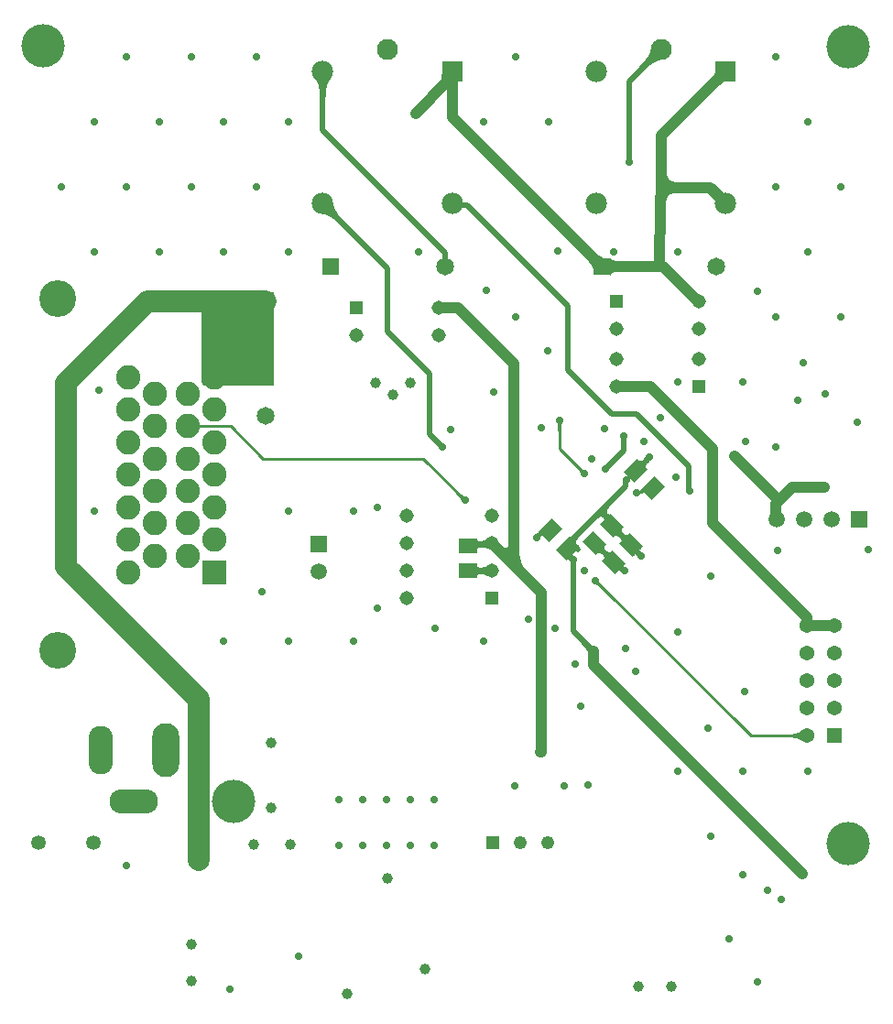
<source format=gbr>
%TF.GenerationSoftware,Altium Limited,Altium Designer,21.8.1 (53)*%
G04 Layer_Physical_Order=4*
G04 Layer_Color=16711680*
%FSLAX45Y45*%
%MOMM*%
%TF.SameCoordinates,385564F4-8892-4696-B1AD-25C4AC7C7797*%
%TF.FilePolarity,Positive*%
%TF.FileFunction,Copper,L4,Bot,Signal*%
%TF.Part,Single*%
G01*
G75*
%TA.AperFunction,SMDPad,CuDef*%
%ADD27R,1.70000X1.40000*%
G04:AMPARAMS|DCode=28|XSize=1.4mm|YSize=1.7mm|CornerRadius=0mm|HoleSize=0mm|Usage=FLASHONLY|Rotation=135.000|XOffset=0mm|YOffset=0mm|HoleType=Round|Shape=Rectangle|*
%AMROTATEDRECTD28*
4,1,4,1.09602,0.10607,-0.10607,-1.09602,-1.09602,-0.10607,0.10607,1.09602,1.09602,0.10607,0.0*
%
%ADD28ROTATEDRECTD28*%

G04:AMPARAMS|DCode=30|XSize=1.4mm|YSize=1.7mm|CornerRadius=0mm|HoleSize=0mm|Usage=FLASHONLY|Rotation=225.000|XOffset=0mm|YOffset=0mm|HoleType=Round|Shape=Rectangle|*
%AMROTATEDRECTD30*
4,1,4,-0.10607,1.09602,1.09602,-0.10607,0.10607,-1.09602,-1.09602,0.10607,-0.10607,1.09602,0.0*
%
%ADD30ROTATEDRECTD30*%

%TA.AperFunction,Conductor*%
%ADD41C,0.50000*%
%ADD42C,1.00000*%
%ADD43C,0.25000*%
%ADD47C,0.15000*%
%ADD49C,2.00000*%
%TA.AperFunction,ComponentPad*%
%ADD51C,1.30800*%
%ADD52R,1.30800X1.30800*%
%ADD53C,1.50000*%
%ADD54R,1.50000X1.50000*%
%ADD55C,1.37000*%
%ADD56R,1.37000X1.37000*%
%ADD57C,1.65000*%
%ADD58R,1.65000X1.65000*%
%ADD59R,1.98000X1.98000*%
%ADD60C,1.93500*%
%ADD61C,1.98000*%
%ADD62R,2.25000X2.25000*%
%ADD63C,2.25000*%
%ADD64C,3.40000*%
%ADD65R,1.50000X1.50000*%
%ADD66C,1.35000*%
%ADD67R,1.65000X1.65000*%
%ADD68R,1.21800X1.21800*%
%ADD69C,1.21800*%
%ADD70O,2.50000X5.00000*%
%ADD71O,4.50000X2.25000*%
%ADD72O,2.25000X4.50000*%
%TA.AperFunction,WasherPad*%
%ADD73C,4.00000*%
%TA.AperFunction,ViaPad*%
%ADD74C,0.70000*%
%ADD75C,1.00000*%
%ADD76C,2.00000*%
G36*
X6000101Y8834030D02*
X5987179Y8832785D01*
X5973011Y8829064D01*
X5957596Y8822868D01*
X5940936Y8814197D01*
X5923029Y8803050D01*
X5903877Y8789428D01*
X5861832Y8754759D01*
X5838941Y8733711D01*
X5814803Y8710188D01*
X5779448Y8745543D01*
X5802971Y8769681D01*
X5858689Y8834617D01*
X5872310Y8853769D01*
X5883457Y8871676D01*
X5892128Y8888336D01*
X5898324Y8903751D01*
X5902045Y8917918D01*
X5903290Y8930840D01*
X6000101Y8834030D01*
D02*
G37*
G36*
X6642766Y8632085D02*
X6634988Y8637742D01*
X6625796Y8640570D01*
X6615189D01*
X6603168Y8637742D01*
X6589733Y8632085D01*
X6574884Y8623599D01*
X6558621Y8612286D01*
X6540943Y8598144D01*
X6501345Y8561374D01*
X6430634Y8632085D01*
X6450433Y8652591D01*
X6481546Y8689361D01*
X6492860Y8705624D01*
X6501345Y8720473D01*
X6507002Y8733908D01*
X6509830Y8745929D01*
Y8756536D01*
X6507002Y8765728D01*
X6501345Y8773506D01*
X6642766Y8632085D01*
D02*
G37*
G36*
X2936488Y8650463D02*
X2928830Y8637434D01*
X2922073Y8621732D01*
X2916216Y8603357D01*
X2911261Y8582310D01*
X2907207Y8558591D01*
X2901801Y8503135D01*
X2900450Y8471398D01*
X2900000Y8436988D01*
X2850000D01*
X2849549Y8471398D01*
X2842792Y8558591D01*
X2838738Y8582310D01*
X2833783Y8603357D01*
X2827927Y8621732D01*
X2821169Y8637434D01*
X2813512Y8650463D01*
X2804952Y8660820D01*
X2945047D01*
X2936488Y8650463D01*
D02*
G37*
G36*
X6578245Y7607351D02*
X6503469Y7532575D01*
X6502768Y7534048D01*
X6500366Y7537141D01*
X6496263Y7541855D01*
X6435917Y7604152D01*
X6419905Y7620205D01*
X6490615Y7690915D01*
X6578245Y7607351D01*
D02*
G37*
G36*
X6054780Y7786544D02*
X6057438Y7769547D01*
X6062136Y7754550D01*
X6068875Y7741553D01*
X6077653Y7730555D01*
X6088472Y7721557D01*
X6101331Y7714558D01*
X6116231Y7709559D01*
X6133171Y7706560D01*
X6152151Y7705560D01*
X6150139Y7605560D01*
X6131119Y7604607D01*
X6114062Y7601748D01*
X6098966Y7596982D01*
X6085832Y7590310D01*
X6074659Y7581732D01*
X6065448Y7571247D01*
X6058199Y7558856D01*
X6052911Y7544559D01*
X6049585Y7528356D01*
X6048221Y7510247D01*
X5951144Y7656566D01*
X5953156Y7756546D01*
X6054162Y7805540D01*
X6054780Y7786544D01*
D02*
G37*
G36*
X2975076Y7495461D02*
X2978680Y7480275D01*
X2984803Y7463933D01*
X2993447Y7446433D01*
X3004609Y7427777D01*
X3018292Y7407963D01*
X3034494Y7386992D01*
X3074457Y7341579D01*
X3098218Y7317136D01*
X3061353Y7283291D01*
X3036502Y7307549D01*
X2970046Y7365112D01*
X2950592Y7379230D01*
X2932488Y7390812D01*
X2915733Y7399859D01*
X2900328Y7406371D01*
X2886272Y7410348D01*
X2873565Y7411790D01*
X2973991Y7509489D01*
X2975076Y7495461D01*
D02*
G37*
G36*
X5389915Y7058077D02*
X5426721Y7026903D01*
X5442993Y7015559D01*
X5457846Y7007043D01*
X5471278Y7001356D01*
X5483290Y6998497D01*
X5493881Y6998466D01*
X5503052Y7001264D01*
X5510803Y7006891D01*
X5369686Y6865774D01*
X5375312Y6873525D01*
X5378110Y6882696D01*
X5378080Y6893287D01*
X5375221Y6905299D01*
X5369534Y6918731D01*
X5361018Y6933583D01*
X5349674Y6949856D01*
X5335501Y6967549D01*
X5298670Y7007196D01*
X5369381Y7077906D01*
X5389915Y7058077D01*
D02*
G37*
G36*
X5534772Y7001078D02*
X5537772Y6995605D01*
X5542771Y6990776D01*
X5549771Y6986591D01*
X5558771Y6983049D01*
X5569771Y6980152D01*
X5582771Y6977898D01*
X5597772Y6976288D01*
X5633772Y6975001D01*
Y6875000D01*
X5614772Y6874678D01*
X5582771Y6872103D01*
X5569771Y6869849D01*
X5558771Y6866951D01*
X5549771Y6863410D01*
X5542771Y6859225D01*
X5537772Y6854395D01*
X5534772Y6848922D01*
X5533772Y6842805D01*
Y7007196D01*
X5534772Y7001078D01*
D02*
G37*
G36*
X2425700Y5826760D02*
X1769093D01*
X1762761Y5842049D01*
X1750060Y5854749D01*
Y6685280D01*
X2425700D01*
Y5826760D01*
D02*
G37*
G36*
X5090868Y5478304D02*
X5087800Y5474873D01*
X5085055Y5470465D01*
X5082632Y5465077D01*
X5080533Y5458712D01*
X5078757Y5451368D01*
X5077304Y5443046D01*
X5075366Y5423467D01*
X5074881Y5412210D01*
X5074720Y5399975D01*
X5049720Y5403915D01*
X5049636Y5416837D01*
X5046702Y5463970D01*
X5045612Y5469902D01*
X5044354Y5474670D01*
X5042929Y5478272D01*
X5041336Y5480709D01*
X5090868Y5478304D01*
D02*
G37*
G36*
X5891969Y5122554D02*
X5881650Y5112119D01*
X5877513Y5107759D01*
X5876709Y5106842D01*
X5871703Y5100873D01*
X5867251Y5094654D01*
X5863864Y5088792D01*
X5861543Y5083289D01*
X5860286Y5078142D01*
X5860094Y5073355D01*
X5860967Y5068924D01*
X5862905Y5064852D01*
X5865908Y5061138D01*
X5850327Y5076719D01*
X5829177Y5052570D01*
X5825725Y5046918D01*
X5823654Y5042351D01*
X5822962Y5038871D01*
X5772931Y5088902D01*
X5776411Y5089594D01*
X5780978Y5091665D01*
X5786630Y5095117D01*
X5793369Y5099948D01*
X5810106Y5113749D01*
X5811756Y5115290D01*
X5795198Y5131848D01*
X5798912Y5128845D01*
X5802984Y5126907D01*
X5807415Y5126034D01*
X5812202Y5126226D01*
X5817349Y5127483D01*
X5822852Y5129804D01*
X5828714Y5133191D01*
X5834933Y5137643D01*
X5841511Y5143160D01*
X5846179Y5147590D01*
X5856614Y5157909D01*
X5891969Y5122554D01*
D02*
G37*
G36*
X5241122Y5081509D02*
X5271295Y5055499D01*
X5277384Y5051318D01*
X5282891Y5048065D01*
X5287816Y5045742D01*
X5292160Y5044347D01*
X5295922Y5043880D01*
X5260900Y5008858D01*
X5260433Y5012620D01*
X5259038Y5016964D01*
X5256715Y5021889D01*
X5253462Y5027396D01*
X5249281Y5033485D01*
X5238134Y5047408D01*
X5223271Y5063658D01*
X5214447Y5072655D01*
X5232125Y5090333D01*
X5241122Y5081509D01*
D02*
G37*
G36*
X5760893Y5016775D02*
X5752069Y5007778D01*
X5726059Y4977605D01*
X5721878Y4971516D01*
X5719847Y4968077D01*
X5724859Y4963064D01*
X5723003Y4964566D01*
X5720970Y4965539D01*
X5718761Y4965981D01*
X5718609Y4965975D01*
X5716302Y4961083D01*
X5714907Y4956740D01*
X5714440Y4952978D01*
X5706298Y4961120D01*
X5705060Y4960235D01*
X5701790Y4957495D01*
X5698343Y4954225D01*
X5680665Y4971903D01*
X5683936Y4975350D01*
X5686676Y4978620D01*
X5687560Y4979858D01*
X5679418Y4988000D01*
X5683180Y4988466D01*
X5687524Y4989861D01*
X5692415Y4992169D01*
X5692421Y4992320D01*
X5691979Y4994530D01*
X5691007Y4996563D01*
X5689504Y4998419D01*
X5694517Y4993406D01*
X5697956Y4995438D01*
X5704045Y4999618D01*
X5717968Y5010766D01*
X5734218Y5025629D01*
X5743215Y5034453D01*
X5760893Y5016775D01*
D02*
G37*
G36*
X5843153Y4844770D02*
X5842181Y4845477D01*
X5841032Y4845831D01*
X5839706D01*
X5838203Y4845477D01*
X5836524Y4844770D01*
X5834668Y4843709D01*
X5832635Y4842295D01*
X5830426Y4840528D01*
X5825476Y4835932D01*
X5807799Y4853609D01*
X5821272Y4866651D01*
X5843153Y4844770D01*
D02*
G37*
G36*
X4133682Y4837669D02*
X4163855Y4811659D01*
X4169944Y4807478D01*
X4175451Y4804225D01*
X4180376Y4801902D01*
X4184720Y4800507D01*
X4188482Y4800040D01*
X4153460Y4765018D01*
X4152993Y4768780D01*
X4151598Y4773124D01*
X4149275Y4778049D01*
X4146022Y4783556D01*
X4141841Y4789645D01*
X4130694Y4803568D01*
X4115831Y4819818D01*
X4107007Y4828815D01*
X4124685Y4846493D01*
X4133682Y4837669D01*
D02*
G37*
G36*
X5511524Y4691468D02*
X5506574Y4684397D01*
X5503039Y4677326D01*
X5500918Y4670255D01*
X5500210Y4663183D01*
X5500918Y4656112D01*
X5503039Y4649041D01*
X5506574Y4641970D01*
X5507044Y4641299D01*
X5507565Y4640910D01*
X5513234Y4637386D01*
X5518503Y4634877D01*
X5523370Y4633381D01*
X5527838Y4632898D01*
X5531904Y4633429D01*
X5535570Y4634974D01*
X5538836Y4637533D01*
X5470477Y4569174D01*
X5473482Y4572886D01*
X5475427Y4576952D01*
X5476311Y4581371D01*
X5476134Y4586144D01*
X5474896Y4591271D01*
X5472598Y4596751D01*
X5469240Y4602584D01*
X5468375Y4603794D01*
X5461320Y4607322D01*
X5454249Y4609443D01*
X5447178Y4610151D01*
X5440106Y4609443D01*
X5433035Y4607322D01*
X5425965Y4603787D01*
X5418893Y4598837D01*
X5411822Y4592473D01*
X5429500Y4680861D01*
X5517888Y4698539D01*
X5511524Y4691468D01*
D02*
G37*
G36*
X4923281Y4473804D02*
X4916827Y4467169D01*
X4901491Y4449121D01*
X4897979Y4444093D01*
X4904655Y4437499D01*
X4902787Y4438990D01*
X4900740Y4439948D01*
X4898514Y4440374D01*
X4896109Y4440267D01*
X4895527Y4440123D01*
X4894621Y4438636D01*
X4892192Y4433857D01*
X4890434Y4429388D01*
X4889348Y4425228D01*
X4888932Y4421378D01*
X4879945Y4430365D01*
X4877923Y4428445D01*
X4860245Y4446123D01*
X4862168Y4448142D01*
X4853178Y4457132D01*
X4857029Y4457548D01*
X4861188Y4458634D01*
X4865658Y4460392D01*
X4870436Y4462821D01*
X4872102Y4463836D01*
X4872130Y4463937D01*
X4872297Y4466245D01*
X4871945Y4468364D01*
X4871075Y4470294D01*
X4869687Y4472036D01*
X4875732Y4466066D01*
X4880921Y4469691D01*
X4892644Y4479244D01*
X4898969Y4485027D01*
X4905604Y4491481D01*
X4923281Y4473804D01*
D02*
G37*
G36*
X5235668Y4416319D02*
X5229128Y4409425D01*
X5223648Y4402884D01*
X5219228Y4396697D01*
X5215869Y4390863D01*
X5213571Y4385383D01*
X5212334Y4380257D01*
X5212157Y4375484D01*
X5213041Y4371064D01*
X5214986Y4366998D01*
X5217991Y4363286D01*
X5151109Y4430168D01*
X5154094Y4427890D01*
X5157509Y4426596D01*
X5161354Y4426287D01*
X5165629Y4426961D01*
X5170334Y4428620D01*
X5175470Y4431263D01*
X5181035Y4434890D01*
X5187031Y4439500D01*
X5193457Y4445095D01*
X5200313Y4451674D01*
X5235668Y4416319D01*
D02*
G37*
G36*
X4394832Y4317816D02*
X4390716Y4320365D01*
X4384354Y4322645D01*
X4375746Y4324657D01*
X4364893Y4326401D01*
X4336450Y4329084D01*
X4330055Y4329300D01*
X4328135Y4328980D01*
X4321635Y4327230D01*
X4316135Y4324980D01*
X4311635Y4322230D01*
X4308135Y4318980D01*
X4305635Y4315230D01*
X4304135Y4310980D01*
X4303635Y4306230D01*
Y4330194D01*
X4276944Y4331096D01*
X4252618Y4331230D01*
X4243955Y4381230D01*
X4266955Y4381521D01*
X4303635Y4384295D01*
Y4406230D01*
X4304135Y4401480D01*
X4305635Y4397230D01*
X4308135Y4393480D01*
X4311635Y4390230D01*
X4316135Y4387480D01*
X4320755Y4385590D01*
X4324756Y4385892D01*
X4340290Y4388515D01*
X4353957Y4391720D01*
X4365757Y4395509D01*
X4375691Y4399880D01*
X4383758Y4404833D01*
X4389958Y4410370D01*
X4394832Y4317816D01*
D02*
G37*
G36*
X5640476Y4499339D02*
X5638538Y4495267D01*
X5637665Y4490837D01*
X5637857Y4486049D01*
X5639114Y4480903D01*
X5641436Y4475399D01*
X5644823Y4469537D01*
X5649274Y4463318D01*
X5654791Y4456741D01*
X5655176Y4456335D01*
X5655580Y4455952D01*
X5662121Y4450472D01*
X5668308Y4446053D01*
X5674141Y4442694D01*
X5679621Y4440396D01*
X5684748Y4439158D01*
X5689521Y4438981D01*
X5693940Y4439865D01*
X5698006Y4441810D01*
X5701718Y4444815D01*
X5631008Y4374105D01*
X5634013Y4377817D01*
X5635957Y4381883D01*
X5636841Y4386302D01*
X5636665Y4391075D01*
X5635427Y4396202D01*
X5633129Y4401682D01*
X5629770Y4407515D01*
X5625351Y4413702D01*
X5619871Y4420243D01*
X5619488Y4420647D01*
X5619082Y4421032D01*
X5612505Y4426548D01*
X5606285Y4431000D01*
X5600424Y4434387D01*
X5594920Y4436709D01*
X5589774Y4437966D01*
X5584986Y4438157D01*
X5580556Y4437284D01*
X5576483Y4435346D01*
X5572769Y4432343D01*
X5643479Y4503054D01*
X5640476Y4499339D01*
D02*
G37*
G36*
X4693120Y4282590D02*
X4693827Y4262883D01*
X4695948Y4243762D01*
X4699484Y4225226D01*
X4704434Y4207277D01*
X4710798Y4189913D01*
X4718576Y4173134D01*
X4727768Y4156942D01*
X4738375Y4141335D01*
X4750396Y4126315D01*
X4763831Y4111880D01*
X4643120Y4161880D01*
X4522409Y4353301D01*
X4535844Y4340866D01*
X4547865Y4331845D01*
X4558472Y4326239D01*
X4567664Y4324046D01*
X4575442Y4325268D01*
X4581806Y4329904D01*
X4586756Y4337954D01*
X4590292Y4349419D01*
X4592413Y4364298D01*
X4593120Y4382590D01*
X4693120Y4282590D01*
D02*
G37*
G36*
X5813639Y4316930D02*
X5811901Y4313144D01*
X5811171Y4309000D01*
X5811448Y4304498D01*
X5812734Y4299638D01*
X5815027Y4294420D01*
X5818328Y4288844D01*
X5822637Y4282911D01*
X5827953Y4276619D01*
X5834278Y4269970D01*
X5798922Y4234615D01*
X5792273Y4240939D01*
X5785982Y4246255D01*
X5780048Y4250564D01*
X5774472Y4253865D01*
X5769255Y4256158D01*
X5764395Y4257444D01*
X5759892Y4257721D01*
X5755748Y4256991D01*
X5751962Y4255253D01*
X5748533Y4252508D01*
X5816384Y4320359D01*
X5813639Y4316930D01*
D02*
G37*
G36*
X5481905Y4340768D02*
X5479967Y4336696D01*
X5479094Y4332265D01*
X5479286Y4327478D01*
X5480543Y4322331D01*
X5482864Y4316828D01*
X5486251Y4310966D01*
X5490703Y4304747D01*
X5496220Y4298169D01*
X5496605Y4297763D01*
X5497008Y4297381D01*
X5503549Y4291900D01*
X5509736Y4287481D01*
X5515570Y4284122D01*
X5521050Y4281824D01*
X5526176Y4280587D01*
X5530949Y4280410D01*
X5535369Y4281294D01*
X5539435Y4283238D01*
X5543147Y4286244D01*
X5472436Y4215533D01*
X5475442Y4219245D01*
X5477386Y4223311D01*
X5478270Y4227731D01*
X5478093Y4232504D01*
X5476856Y4237630D01*
X5474558Y4243110D01*
X5471199Y4248944D01*
X5466780Y4255131D01*
X5461299Y4261672D01*
X5460917Y4262075D01*
X5460511Y4262460D01*
X5453933Y4267977D01*
X5447714Y4272429D01*
X5441852Y4275816D01*
X5436349Y4278137D01*
X5431202Y4279394D01*
X5426415Y4279586D01*
X5421984Y4278713D01*
X5417912Y4276775D01*
X5414198Y4273772D01*
X5484908Y4344482D01*
X5481905Y4340768D01*
D02*
G37*
G36*
X5186989Y4268733D02*
X5185818Y4265742D01*
X5185494Y4262395D01*
X5186014Y4258693D01*
X5187381Y4254634D01*
X5189593Y4250219D01*
X5192651Y4245447D01*
X5196554Y4240320D01*
X5201303Y4234837D01*
X5206898Y4228998D01*
X5171542Y4193642D01*
X5165741Y4199209D01*
X5155229Y4207844D01*
X5150519Y4210912D01*
X5146173Y4213147D01*
X5142190Y4214549D01*
X5138571Y4215118D01*
X5135315Y4214854D01*
X5132424Y4213757D01*
X5129896Y4211827D01*
X5189004Y4271367D01*
X5186989Y4268733D01*
D02*
G37*
G36*
X5657655Y4161150D02*
X5657340Y4159396D01*
X5657626Y4157284D01*
X5658513Y4154813D01*
X5660002Y4151985D01*
X5662092Y4148800D01*
X5664783Y4145256D01*
X5671970Y4137095D01*
X5676465Y4132478D01*
X5641110Y4097122D01*
X5636493Y4101618D01*
X5624788Y4111496D01*
X5621602Y4113586D01*
X5618774Y4115075D01*
X5616304Y4115962D01*
X5614192Y4116248D01*
X5612438Y4115932D01*
X5611041Y4115016D01*
X5658572Y4162547D01*
X5657655Y4161150D01*
D02*
G37*
G36*
X4304135Y4157770D02*
X4305635Y4153520D01*
X4308135Y4149770D01*
X4311635Y4146520D01*
X4316135Y4143770D01*
X4321635Y4141520D01*
X4322552Y4141273D01*
X4345359Y4142839D01*
X4358837Y4145179D01*
X4370266Y4147944D01*
X4379647Y4151135D01*
X4386979Y4154752D01*
X4392264Y4158794D01*
Y4066246D01*
X4386979Y4070288D01*
X4379647Y4073905D01*
X4370266Y4077096D01*
X4358837Y4079862D01*
X4345359Y4082202D01*
X4324648Y4084331D01*
X4321635Y4083520D01*
X4316135Y4081270D01*
X4311635Y4078520D01*
X4308135Y4075270D01*
X4305635Y4071520D01*
X4304135Y4067270D01*
X4303635Y4062520D01*
Y4085961D01*
X4270966Y4087307D01*
X4247246Y4087520D01*
Y4137520D01*
X4270966Y4137733D01*
X4303635Y4139975D01*
Y4162520D01*
X4304135Y4157770D01*
D02*
G37*
G36*
X5430427Y4017080D02*
X5431822Y4012736D01*
X5434145Y4007811D01*
X5437398Y4002304D01*
X5441579Y3996215D01*
X5452726Y3982292D01*
X5467589Y3966042D01*
X5476413Y3957045D01*
X5458735Y3939367D01*
X5449738Y3948191D01*
X5419565Y3974201D01*
X5413476Y3978382D01*
X5407969Y3981635D01*
X5403044Y3983958D01*
X5398700Y3985353D01*
X5394938Y3985820D01*
X5429960Y4020842D01*
X5430427Y4017080D01*
D02*
G37*
G36*
X5303395Y3473738D02*
X5360363Y3424201D01*
X5366118Y3420769D01*
X5370805Y3418715D01*
X5374423Y3418040D01*
X5324641Y3367759D01*
X5323934Y3371100D01*
X5321847Y3375545D01*
X5318377Y3381094D01*
X5313527Y3387747D01*
X5299682Y3404366D01*
X5268554Y3437574D01*
X5255415Y3450851D01*
X5290160Y3486817D01*
X5303395Y3473738D01*
D02*
G37*
G36*
X7304893Y2537253D02*
X7296852Y2544087D01*
X7287132Y2550201D01*
X7275733Y2555596D01*
X7262657Y2560272D01*
X7247902Y2564228D01*
X7231468Y2567465D01*
X7213356Y2569983D01*
X7172097Y2572860D01*
X7148950Y2573220D01*
Y2598220D01*
X7172097Y2598580D01*
X7213356Y2601457D01*
X7231468Y2603975D01*
X7247902Y2607212D01*
X7262657Y2611168D01*
X7275733Y2615844D01*
X7287132Y2621239D01*
X7296852Y2627353D01*
X7304893Y2634187D01*
Y2537253D01*
D02*
G37*
D27*
X4218940Y4345940D02*
D03*
Y4117340D02*
D03*
D28*
X5930442Y4877258D02*
D03*
X5768798Y5038902D02*
D03*
X4978858Y4482642D02*
D03*
X5140502Y4320998D02*
D03*
D30*
X5387798Y4366718D02*
D03*
X5549442Y4528362D02*
D03*
X5565598Y4188918D02*
D03*
X5727242Y4350562D02*
D03*
D41*
X5707380Y7889240D02*
Y8638120D01*
X6000040Y8930780D01*
X2875000Y8184160D02*
X4005000Y7054160D01*
Y6925000D02*
Y7054160D01*
X2875000Y8184160D02*
Y8730780D01*
X6268720Y4846320D02*
Y4851732D01*
X6256224Y4864229D02*
X6268720Y4851732D01*
X4206219Y7495927D02*
X5141164Y6560982D01*
X6256224Y4864229D02*
Y5077622D01*
X5141164Y5969162D02*
Y6560982D01*
X4075000Y7506066D02*
X4085139Y7495927D01*
X5773624Y5560222D02*
X6256224Y5077622D01*
X5141164Y5969162D02*
X5550103Y5560222D01*
X4085139Y7495927D02*
X4206219D01*
X5550103Y5560222D02*
X5773624D01*
X5447178Y4663183D02*
X5675613Y4891619D01*
X5140502Y4356508D02*
X5447178Y4663183D01*
X5549442Y4560919D01*
Y4528362D02*
Y4560919D01*
X5189220Y3552402D02*
Y4211320D01*
Y3552402D02*
X5373582Y3368040D01*
X4218940Y4345940D02*
X4229230Y4356230D01*
X4428190D01*
X4438480Y4366520D01*
X4223760Y4112520D02*
X4438480D01*
X3639820Y3846861D02*
X3651479Y3858520D01*
X5675613Y4954253D02*
X5679440Y4958080D01*
X5140502Y4320998D02*
Y4356508D01*
X5675613Y4891619D02*
Y4954253D01*
X3472180Y6319520D02*
Y6907819D01*
X2875000Y7505000D02*
X3472180Y6907819D01*
Y6319520D02*
X3860800Y5930900D01*
Y5377180D02*
Y5930900D01*
Y5377180D02*
X3980180Y5257800D01*
X5139492Y4261048D02*
X5189220Y4211320D01*
X5139492Y4261048D02*
Y4319988D01*
X5584670Y4188918D02*
X5658788Y4114800D01*
X5664200D01*
X5565598Y4188918D02*
X5584670D01*
X5565598D02*
Y4193082D01*
X5726694Y4342198D02*
X5816600Y4252292D01*
X5726694Y4342198D02*
Y4350014D01*
X5491480Y5054600D02*
X5656580Y5219700D01*
Y5356860D01*
X5151070Y4331604D02*
X5214749D01*
X5234669Y4311684D02*
X5236249D01*
X5549442Y4526381D02*
X5725261Y4350562D01*
X5214749Y4331604D02*
X5234669Y4311684D01*
X5772962Y5038902D02*
X5895340Y5161280D01*
X5387798Y4366718D02*
X5391962D01*
X5565598Y4193082D01*
D42*
X6474460Y4554220D02*
X7346221Y3682459D01*
X6207760Y5506720D02*
X6474460Y5240020D01*
Y4554220D02*
Y5240020D01*
X7346221Y3608799D02*
X7353300Y3601720D01*
X7346221Y3608799D02*
Y3682459D01*
X7063740Y4729480D02*
X7216140Y4881880D01*
X7508467D01*
X4075000Y8301577D02*
X5451576Y6925000D01*
X4075000Y8301577D02*
Y8630767D01*
Y8630767D02*
Y8730780D01*
X6005511Y8136251D02*
X6600040Y8730780D01*
X6005511Y7873115D02*
Y8136251D01*
X6001134Y7655560D02*
X6005511Y7873115D01*
X6001134Y7655560D02*
X6455260D01*
X5998231Y7511252D02*
X6001134Y7655560D01*
X6455260D02*
X6600040Y7510780D01*
X5986435Y6924903D02*
X5998231Y7511252D01*
X5451576Y6925000D02*
X5981576D01*
X5986435Y6924903D02*
X6021735D01*
X3736340Y8341107D02*
X4026000Y8630767D01*
Y8681780D01*
X4075000Y8730780D01*
X4643120Y4160546D02*
Y6027420D01*
X4438480Y4366520D02*
X4894580Y3910420D01*
X5374640Y3243580D02*
Y3368040D01*
Y3243580D02*
X7305040Y1313180D01*
X6021735Y6924903D02*
X6340637Y6606000D01*
X5902960Y5811520D02*
X6207760Y5506720D01*
X5588000Y5811520D02*
X5902960D01*
X6340637Y6606000D02*
X6348972D01*
X6685280Y5171440D02*
X7090816Y4765904D01*
X4127240Y6543300D02*
X4643120Y6027420D01*
X3947600Y6543300D02*
X4127240D01*
X4894580Y2438400D02*
Y3910420D01*
X4889500Y2433320D02*
X4894580Y2438400D01*
X7063740Y4594860D02*
Y4729480D01*
Y4594860D02*
X7073900Y4584700D01*
X5768798Y5038902D02*
X5772962D01*
X3947600Y6543300D02*
Y6549072D01*
X7353300Y3601720D02*
X7607300D01*
D43*
X5679440Y4953000D02*
Y4958080D01*
X4914443Y4482642D02*
X4978858D01*
X4853940Y4422140D02*
X4914443Y4482642D01*
X4853940Y4422140D02*
X4853940D01*
X5062220Y5242560D02*
Y5499100D01*
X5067300Y5504180D01*
X5062220Y5242560D02*
X5295900Y5008880D01*
X1625000Y5450000D02*
X2022680D01*
X2322681Y5150000D01*
X3778100Y5150000D02*
X3803500D01*
X4188460Y4765040D01*
X2322681Y5150000D02*
X3778100Y5150000D01*
X1612900Y5437900D02*
X1625000Y5450000D01*
X5776483Y4836160D02*
X5785093Y4844770D01*
X5816637D01*
X5849125Y4877258D02*
X5930442D01*
X5816637Y4844770D02*
X5849125Y4877258D01*
X5765343Y5038902D02*
X5768798D01*
X5679440Y4953000D02*
X5765343Y5038902D01*
X5394960Y4020820D02*
X6830060Y2585720D01*
X7353159D02*
X7353230Y2585790D01*
X6830060Y2585720D02*
X7353159D01*
X4218940Y4117340D02*
X4223760Y4112520D01*
X7331870Y3115150D02*
X7353300Y3093720D01*
D47*
X1875000Y4400000D02*
X1901740D01*
D49*
X1255000Y6605000D02*
X2350000D01*
X500000Y5850000D02*
X1255000Y6605000D01*
X1725000Y1434130D02*
Y2925000D01*
X500000Y4150000D02*
X1725000Y2925000D01*
X500000Y4150000D02*
Y5850000D01*
D51*
X3651479Y4112520D02*
D03*
Y4366520D02*
D03*
Y3858520D02*
D03*
Y4620520D02*
D03*
X4438480D02*
D03*
Y4112520D02*
D03*
Y4366520D02*
D03*
X3947600Y6289300D02*
D03*
X3185600D02*
D03*
X3947600Y6543300D02*
D03*
X5588000Y6065520D02*
D03*
X6350000D02*
D03*
X5588000Y5811520D02*
D03*
X6348972Y6352000D02*
D03*
X5586972D02*
D03*
X6348972Y6606000D02*
D03*
D52*
X4438480Y3858520D02*
D03*
X3185600Y6543300D02*
D03*
X6350000Y5811520D02*
D03*
X5586972Y6606000D02*
D03*
D53*
X7073900Y4584700D02*
D03*
X7327900D02*
D03*
X7581900D02*
D03*
X2834640Y4107180D02*
D03*
D54*
X7835900Y4584700D02*
D03*
D55*
X7353300Y3601720D02*
D03*
X7607300D02*
D03*
X7353300Y3347720D02*
D03*
X7607300D02*
D03*
X7353300Y3093720D02*
D03*
X7607300D02*
D03*
X7353300Y2839720D02*
D03*
X7607300D02*
D03*
X7353300Y2585720D02*
D03*
D56*
X7607300D02*
D03*
D57*
X6511576Y6925000D02*
D03*
X2350000Y5545000D02*
D03*
X4005000Y6925000D02*
D03*
D58*
X5451576Y6925000D02*
D03*
X2945000Y6925000D02*
D03*
D59*
X6600040Y8730780D02*
D03*
X4075000D02*
D03*
D60*
X6000040Y8930780D02*
D03*
X3475000D02*
D03*
D61*
X5400040Y8730780D02*
D03*
Y7510780D02*
D03*
X6600040D02*
D03*
X4075000D02*
D03*
X2875000D02*
D03*
Y8730780D02*
D03*
D62*
X1875000Y4100000D02*
D03*
D63*
Y4400000D02*
D03*
Y4700000D02*
D03*
Y5000000D02*
D03*
Y5300000D02*
D03*
Y5600000D02*
D03*
Y5900000D02*
D03*
X1625000Y4250000D02*
D03*
Y4550000D02*
D03*
Y4850000D02*
D03*
Y5150000D02*
D03*
Y5450000D02*
D03*
Y5750000D02*
D03*
X1325000Y4250000D02*
D03*
Y4550000D02*
D03*
Y4850000D02*
D03*
Y5150000D02*
D03*
Y5450000D02*
D03*
Y5750000D02*
D03*
X1075000Y4100000D02*
D03*
Y4400000D02*
D03*
Y4700000D02*
D03*
Y5000000D02*
D03*
Y5300000D02*
D03*
Y5600000D02*
D03*
Y5900000D02*
D03*
D64*
X425000Y3375000D02*
D03*
Y6625000D02*
D03*
D65*
X2834640Y4361180D02*
D03*
D66*
X246000Y1600000D02*
D03*
X754000D02*
D03*
D67*
X2350000Y6605000D02*
D03*
D68*
X4443800Y1600200D02*
D03*
D69*
X4697800D02*
D03*
X4951800D02*
D03*
D70*
X1425000Y2450000D02*
D03*
D71*
X1125000Y1980000D02*
D03*
D72*
X825000Y2450000D02*
D03*
D73*
X2052320Y1978660D02*
D03*
X7734296Y1587500D02*
D03*
X287434Y8962857D02*
D03*
X7734296Y8956307D02*
D03*
D74*
X7109460Y1071880D02*
D03*
X805357Y5785468D02*
D03*
X6774357Y2994008D02*
D03*
X6433997Y2658728D02*
D03*
X7312837Y6031848D02*
D03*
X4054017Y5419708D02*
D03*
X4452797Y5765148D02*
D03*
X4894757Y5434948D02*
D03*
X5476417Y5424788D02*
D03*
X5844717Y5310488D02*
D03*
X5997117Y5526388D02*
D03*
X6784517Y5307948D02*
D03*
X6136817Y4975208D02*
D03*
X5359577Y5145388D02*
D03*
X5290997Y4114148D02*
D03*
X5209717Y3253088D02*
D03*
X3378200Y4699000D02*
D03*
X5046361Y7067621D02*
D03*
X5560001Y7060001D02*
D03*
X7060001Y6460001D02*
D03*
X1960000Y7060001D02*
D03*
X4360001Y3460001D02*
D03*
X2560000Y7060001D02*
D03*
X7360001D02*
D03*
X3160001Y3460001D02*
D03*
X2560000Y4660001D02*
D03*
X6760001Y5860001D02*
D03*
X1960000Y8260001D02*
D03*
X760000Y7060001D02*
D03*
X3160001Y4660001D02*
D03*
X6460001Y4060001D02*
D03*
X460000Y7660001D02*
D03*
X6160001Y5860001D02*
D03*
X6460001Y1660000D02*
D03*
X1360000Y7060001D02*
D03*
X1060000Y8860001D02*
D03*
X7660001Y6460001D02*
D03*
X7360001Y8260001D02*
D03*
X4660001Y8860001D02*
D03*
X1060000Y7660001D02*
D03*
X7060001D02*
D03*
X1960000Y3460001D02*
D03*
X5260001Y2860001D02*
D03*
X7360001Y2260001D02*
D03*
X4660001Y6460001D02*
D03*
X1660000Y7660001D02*
D03*
Y8860001D02*
D03*
X2260001D02*
D03*
X6160001Y7060001D02*
D03*
X760000Y8260001D02*
D03*
X2560000D02*
D03*
X7060001Y8860001D02*
D03*
X1360000Y8260001D02*
D03*
X2260001Y7660001D02*
D03*
X7060001Y5260001D02*
D03*
X4960001Y8260001D02*
D03*
X6160001Y2260001D02*
D03*
X4360001Y8260001D02*
D03*
X3760001Y7060001D02*
D03*
X760000Y4660001D02*
D03*
X7660001Y7660001D02*
D03*
X6760001Y2260001D02*
D03*
X2560000Y3460001D02*
D03*
X5707380Y7889240D02*
D03*
X2016760Y241300D02*
D03*
X6893560Y309880D02*
D03*
X5328920Y2131060D02*
D03*
X7813421Y5482992D02*
D03*
X6268720Y4846320D02*
D03*
X6891020Y6695440D02*
D03*
X5189220Y4211320D02*
D03*
X4853940Y4422140D02*
D03*
X5664200Y4114800D02*
D03*
X5816600Y4246880D02*
D03*
X5656580Y5356860D02*
D03*
X4386580Y6705600D02*
D03*
X5067300Y5504180D02*
D03*
X2651760Y551180D02*
D03*
X5671820Y3393440D02*
D03*
X5776483Y4836160D02*
D03*
X4188460Y4765040D02*
D03*
X2310620Y3915900D02*
D03*
X1056640Y1390040D02*
D03*
X7914540Y4305300D02*
D03*
X5295900Y5008880D02*
D03*
X5024120Y3581400D02*
D03*
X6753860Y1304100D02*
D03*
X6154155Y3548116D02*
D03*
X3380740Y3766820D02*
D03*
X3916680Y3583940D02*
D03*
X4775071Y3665091D02*
D03*
X5770616Y3184896D02*
D03*
X5895340Y5161280D02*
D03*
X7081520Y4300220D02*
D03*
X6626860Y713740D02*
D03*
X6990080Y1158240D02*
D03*
X4950460Y6141720D02*
D03*
X5102860Y2125980D02*
D03*
X4645660Y2120900D02*
D03*
X7515860Y5748020D02*
D03*
X7266940Y5689600D02*
D03*
X5491480Y5054600D02*
D03*
X5679440Y4953000D02*
D03*
X5394960Y4020820D02*
D03*
X3980180Y5257800D02*
D03*
X3462500Y1575000D02*
D03*
Y2000000D02*
D03*
X3681250D02*
D03*
Y1575000D02*
D03*
X3900000D02*
D03*
Y2000000D02*
D03*
X3243750Y1575000D02*
D03*
X3025000D02*
D03*
Y2000000D02*
D03*
X3243750D02*
D03*
D75*
X2235200Y1582420D02*
D03*
X2578100D02*
D03*
X3469640Y1272540D02*
D03*
X3365500Y5852160D02*
D03*
X3680460Y5849620D02*
D03*
X3520440Y5735320D02*
D03*
X2400300Y2524700D02*
D03*
X3736340Y8341107D02*
D03*
X7305040Y1313180D02*
D03*
X4643120Y5773420D02*
D03*
X5788660Y269240D02*
D03*
X6101080Y271780D02*
D03*
X3817620Y431800D02*
D03*
X3096260Y198120D02*
D03*
X6685280Y5171440D02*
D03*
X1661000Y316600D02*
D03*
X1663700Y660400D02*
D03*
X4889500Y2433320D02*
D03*
X5374640Y3368040D02*
D03*
X7513320Y4881880D02*
D03*
X6207760Y5506720D02*
D03*
X2400300Y1924700D02*
D03*
D76*
X1725000Y1434130D02*
D03*
%TF.MD5,9064884655584845798347f853b85999*%
M02*

</source>
